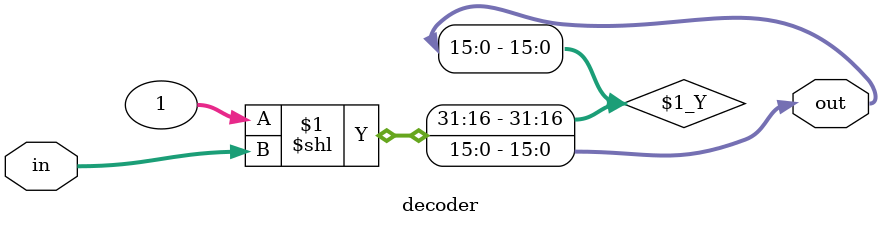
<source format=v>
module decoder(in,out);
  input [3:0] in;
  output [15:0] out;
  
  assign out = 1<<in;
    
endmodule

</source>
